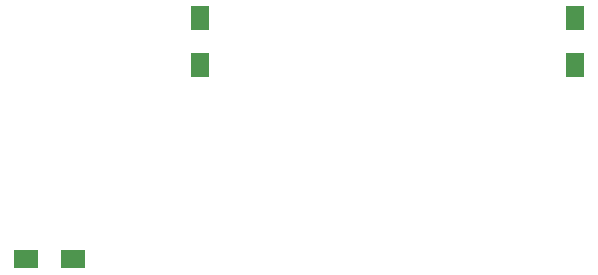
<source format=gtp>
G04 #@! TF.GenerationSoftware,KiCad,Pcbnew,(5.0.1-3-g963ef8bb5)*
G04 #@! TF.CreationDate,2020-03-26T19:19:19+01:00*
G04 #@! TF.ProjectId,C64_ieee488_interface_6821,4336345F696565653438385F696E7465,1.0*
G04 #@! TF.SameCoordinates,Original*
G04 #@! TF.FileFunction,Paste,Top*
G04 #@! TF.FilePolarity,Positive*
%FSLAX46Y46*%
G04 Gerber Fmt 4.6, Leading zero omitted, Abs format (unit mm)*
G04 Created by KiCad (PCBNEW (5.0.1-3-g963ef8bb5)) date Donnerstag, 26. März 2020 um 19:19:19*
%MOMM*%
%LPD*%
G01*
G04 APERTURE LIST*
%ADD10R,2.000000X1.600000*%
%ADD11R,1.600000X2.000000*%
G04 APERTURE END LIST*
D10*
G04 #@! TO.C,C1*
X73120000Y-90805000D03*
X69120000Y-90805000D03*
G04 #@! TD*
D11*
G04 #@! TO.C,C2*
X115570000Y-74390000D03*
X115570000Y-70390000D03*
G04 #@! TD*
G04 #@! TO.C,C3*
X83820000Y-70390000D03*
X83820000Y-74390000D03*
G04 #@! TD*
M02*

</source>
